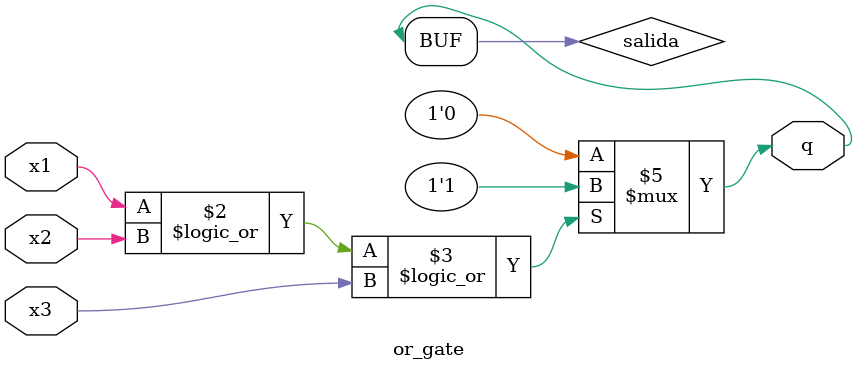
<source format=v>

module or_gate(
  input wire  x1,
  input wire  x2,
  input wire  x3,
  output wire q
);
reg salida;
assign q = salida;

always@(*)
begin
  if(x1 || x2 || x3)
    salida = 1'b1;
  else
    salida = 1'b0;
end

endmodule

</source>
